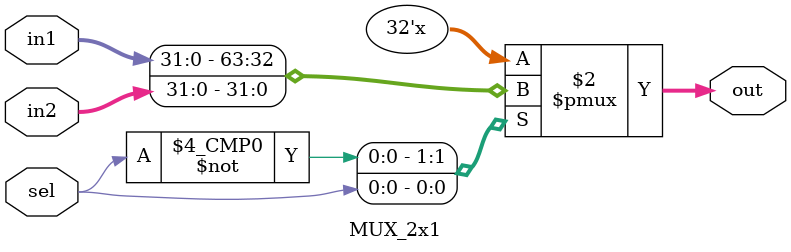
<source format=v>
module MUX_2x1(
	input [31:0]in1, in2,
	input sel,
	output reg [31:0] out
);
	always @(*) begin
		case(sel)
			1'b0: out = in1;
			1'b1: out = in2;
		endcase
	end
endmodule
</source>
